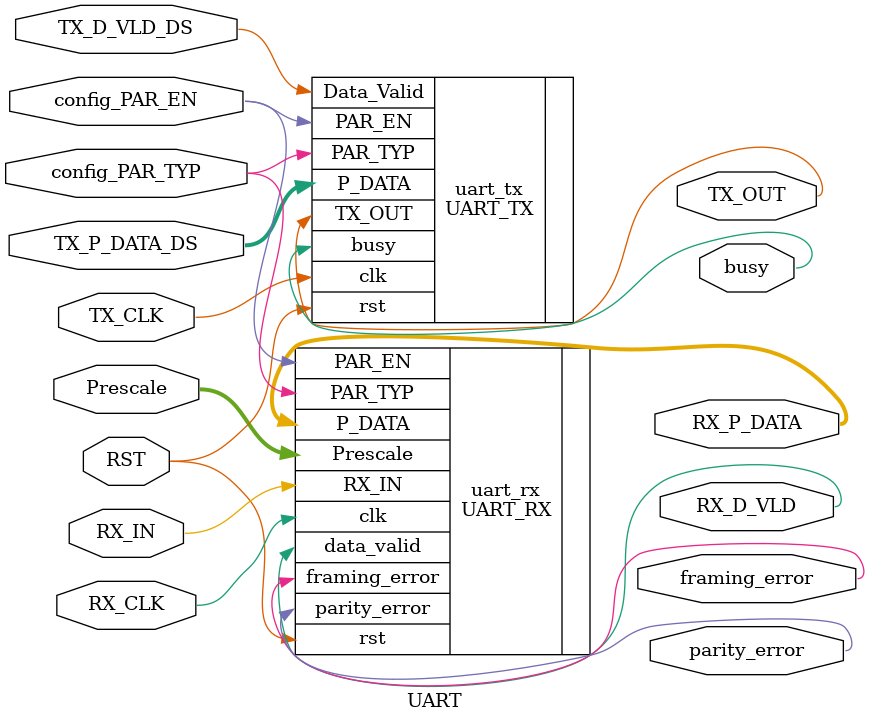
<source format=v>
module UART #(parameter DATA_WIDTH = 8) (
input wire RST,
input wire RX_CLK,
input wire TX_CLK,
input wire RX_IN,
input wire [DATA_WIDTH-1 : 0] TX_P_DATA_DS,
input wire TX_D_VLD_DS,
input wire config_PAR_EN,
input wire config_PAR_TYP,
input wire [4:0] Prescale,
output wire TX_OUT,
output wire busy,
output wire [DATA_WIDTH-1:0] RX_P_DATA,
output wire RX_D_VLD,
output wire parity_error,
    output wire framing_error

);





UART_TX uart_tx (
    .clk(TX_CLK),
    .rst(RST),
    .Data_Valid(TX_D_VLD_DS),
    .PAR_EN(config_PAR_EN),
    .P_DATA(TX_P_DATA_DS),
    .PAR_TYP(config_PAR_TYP),
    .busy(busy),
    .TX_OUT(TX_OUT)



);


UART_RX uart_rx (

    .clk(RX_CLK),
    .rst(RST),
    .PAR_EN(config_PAR_EN),
    .RX_IN(RX_IN),
    .PAR_TYP(config_PAR_TYP),
    .Prescale(Prescale),
    .data_valid(RX_D_VLD),
    .P_DATA(RX_P_DATA),
.parity_error(parity_error),
.framing_error(framing_error)
  
);

endmodule
</source>
